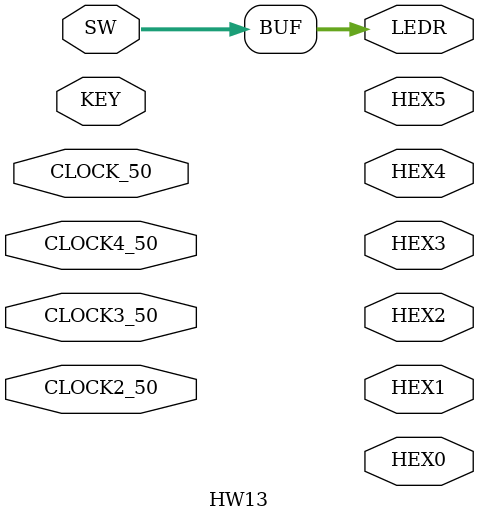
<source format=v>


module HW13(

	//////////// CLOCK //////////
	input 		          		CLOCK2_50,
	input 		          		CLOCK3_50,
	input 		          		CLOCK4_50,
	input 		          		CLOCK_50,

	//////////// KEY //////////
	input 		     [3:0]		KEY,

	//////////// SW //////////
	input 		     [9:0]		SW,

	//////////// LED //////////
	output		     [9:0]		LEDR,

	//////////// Seg7 //////////
	output		     [6:0]		HEX0,
	output		     [6:0]		HEX1,
	output		     [6:0]		HEX2,
	output		     [6:0]		HEX3,
	output		     [6:0]		HEX4,
	output		     [6:0]		HEX5
);



//=======================================================
//  REG/WIRE declarations
//=======================================================

assign LEDR[9:0] = SW[9:0];


//=======================================================
//  Structural coding
//=======================================================



endmodule

</source>
